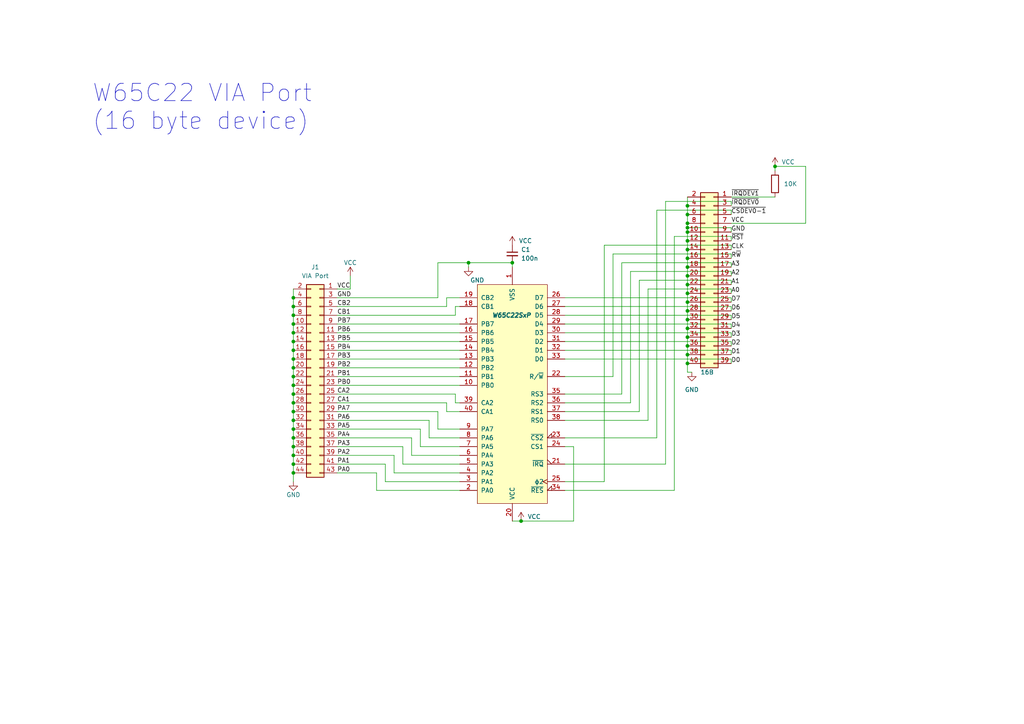
<source format=kicad_sch>
(kicad_sch (version 20230121) (generator eeschema)
  (paper "A4")
  (lib_symbols
    (symbol "65C816:W65C22SxP" (pin_names (offset 1.016))
      (property "Reference" "U" (at -10.16 33.02 0))
      (property "Value" "W65C22SxP" (at 0 0 90))
      (symbol "W65C22SxP_0_1"
        (rectangle (start -10.16 31.75) (end 10.16 -31.75) (fill (type background)))
      )
      (symbol "W65C22SxP_1_1"
        (pin power_in line (at 0 -36.83 90) (length 5.08) (name "VSS") (number "1"))
        (pin bidirectional line (at 15.24 -2.54 180) (length 5.08) (name "PB0") (number "10"))
        (pin bidirectional line (at 15.24 -5.08 180) (length 5.08) (name "PB1") (number "11"))
        (pin bidirectional line (at 15.24 -7.62 180) (length 5.08) (name "PB2") (number "12"))
        (pin bidirectional line (at 15.24 -10.16 180) (length 5.08) (name "PB3") (number "13"))
        (pin bidirectional line (at 15.24 -12.7 180) (length 5.08) (name "PB4") (number "14"))
        (pin bidirectional line (at 15.24 -15.24 180) (length 5.08) (name "PB5") (number "15"))
        (pin bidirectional line (at 15.24 -17.78 180) (length 5.08) (name "PB6") (number "16"))
        (pin bidirectional line (at 15.24 -20.32 180) (length 5.08) (name "PB7") (number "17"))
        (pin input line (at 15.24 -25.4 180) (length 5.08) (name "CB1") (number "18"))
        (pin bidirectional line (at 15.24 -27.94 180) (length 5.08) (name "CB2") (number "19"))
        (pin bidirectional line (at 15.24 27.94 180) (length 5.08) (name "PA0") (number "2"))
        (pin power_in line (at 0 36.83 270) (length 5.08) (name "VCC") (number "20"))
        (pin output output_low (at -15.24 20.32 0) (length 5.08) (name "~{IRQ}") (number "21"))
        (pin input line (at -15.24 -5.08 0) (length 5.08) (name "R/~{W}") (number "22"))
        (pin input input_low (at -15.24 12.7 0) (length 5.08) (name "~{CS2}") (number "23"))
        (pin input line (at -15.24 15.24 0) (length 5.08) (name "CS1") (number "24"))
        (pin input clock (at -15.24 25.4 0) (length 5.08) (name "ϕ2") (number "25"))
        (pin bidirectional line (at -15.24 -27.94 0) (length 5.08) (name "D7") (number "26"))
        (pin bidirectional line (at -15.24 -25.4 0) (length 5.08) (name "D6") (number "27"))
        (pin bidirectional line (at -15.24 -22.86 0) (length 5.08) (name "D5") (number "28"))
        (pin bidirectional line (at -15.24 -20.32 0) (length 5.08) (name "D4") (number "29"))
        (pin bidirectional line (at 15.24 25.4 180) (length 5.08) (name "PA1") (number "3"))
        (pin bidirectional line (at -15.24 -17.78 0) (length 5.08) (name "D3") (number "30"))
        (pin bidirectional line (at -15.24 -15.24 0) (length 5.08) (name "D2") (number "31"))
        (pin bidirectional line (at -15.24 -12.7 0) (length 5.08) (name "D1") (number "32"))
        (pin bidirectional line (at -15.24 -10.16 0) (length 5.08) (name "D0") (number "33"))
        (pin input input_low (at -15.24 27.94 0) (length 5.08) (name "~{RES}") (number "34"))
        (pin input line (at -15.24 0 0) (length 5.08) (name "RS3") (number "35"))
        (pin input line (at -15.24 2.54 0) (length 5.08) (name "RS2") (number "36"))
        (pin input line (at -15.24 5.08 0) (length 5.08) (name "RS1") (number "37"))
        (pin input line (at -15.24 7.62 0) (length 5.08) (name "RS0") (number "38"))
        (pin bidirectional line (at 15.24 2.54 180) (length 5.08) (name "CA2") (number "39"))
        (pin bidirectional line (at 15.24 22.86 180) (length 5.08) (name "PA2") (number "4"))
        (pin input line (at 15.24 5.08 180) (length 5.08) (name "CA1") (number "40"))
        (pin bidirectional line (at 15.24 20.32 180) (length 5.08) (name "PA3") (number "5"))
        (pin bidirectional line (at 15.24 17.78 180) (length 5.08) (name "PA4") (number "6"))
        (pin bidirectional line (at 15.24 15.24 180) (length 5.08) (name "PA5") (number "7"))
        (pin bidirectional line (at 15.24 12.7 180) (length 5.08) (name "PA6") (number "8"))
        (pin bidirectional line (at 15.24 10.16 180) (length 5.08) (name "PA7") (number "9"))
      )
    )
    (symbol "Connector_Generic:Conn_02x20_Odd_Even" (pin_names (offset 1.016) hide)
      (property "Reference" "J" (at 1.27 25.4 0))
      (property "Value" "Conn_02x20_Odd_Even" (at 1.27 -27.94 0))
      (symbol "Conn_02x20_Odd_Even_1_1"
        (rectangle (start -1.27 -25.273) (end 0 -25.527) (stroke (width 0.1524)))
        (rectangle (start -1.27 -22.733) (end 0 -22.987) (stroke (width 0.1524)))
        (rectangle (start -1.27 -20.193) (end 0 -20.447) (stroke (width 0.1524)))
        (rectangle (start -1.27 -17.653) (end 0 -17.907) (stroke (width 0.1524)))
        (rectangle (start -1.27 -15.113) (end 0 -15.367) (stroke (width 0.1524)))
        (rectangle (start -1.27 -12.573) (end 0 -12.827) (stroke (width 0.1524)))
        (rectangle (start -1.27 -10.033) (end 0 -10.287) (stroke (width 0.1524)))
        (rectangle (start -1.27 -7.493) (end 0 -7.747) (stroke (width 0.1524)))
        (rectangle (start -1.27 -4.953) (end 0 -5.207) (stroke (width 0.1524)))
        (rectangle (start -1.27 -2.413) (end 0 -2.667) (stroke (width 0.1524)))
        (rectangle (start -1.27 0.127) (end 0 -0.127) (stroke (width 0.1524)))
        (rectangle (start -1.27 2.667) (end 0 2.413) (stroke (width 0.1524)))
        (rectangle (start -1.27 5.207) (end 0 4.953) (stroke (width 0.1524)))
        (rectangle (start -1.27 7.747) (end 0 7.493) (stroke (width 0.1524)))
        (rectangle (start -1.27 10.287) (end 0 10.033) (stroke (width 0.1524)))
        (rectangle (start -1.27 12.827) (end 0 12.573) (stroke (width 0.1524)))
        (rectangle (start -1.27 15.367) (end 0 15.113) (stroke (width 0.1524)))
        (rectangle (start -1.27 17.907) (end 0 17.653) (stroke (width 0.1524)))
        (rectangle (start -1.27 20.447) (end 0 20.193) (stroke (width 0.1524)))
        (rectangle (start -1.27 22.987) (end 0 22.733) (stroke (width 0.1524)))
        (rectangle (start -1.27 24.13) (end 3.81 -26.67) (stroke (width 0.254)) (fill (type background)))
        (rectangle (start 3.81 -25.273) (end 2.54 -25.527) (stroke (width 0.1524)))
        (rectangle (start 3.81 -22.733) (end 2.54 -22.987) (stroke (width 0.1524)))
        (rectangle (start 3.81 -20.193) (end 2.54 -20.447) (stroke (width 0.1524)))
        (rectangle (start 3.81 -17.653) (end 2.54 -17.907) (stroke (width 0.1524)))
        (rectangle (start 3.81 -15.113) (end 2.54 -15.367) (stroke (width 0.1524)))
        (rectangle (start 3.81 -12.573) (end 2.54 -12.827) (stroke (width 0.1524)))
        (rectangle (start 3.81 -10.033) (end 2.54 -10.287) (stroke (width 0.1524)))
        (rectangle (start 3.81 -7.493) (end 2.54 -7.747) (stroke (width 0.1524)))
        (rectangle (start 3.81 -4.953) (end 2.54 -5.207) (stroke (width 0.1524)))
        (rectangle (start 3.81 -2.413) (end 2.54 -2.667) (stroke (width 0.1524)))
        (rectangle (start 3.81 0.127) (end 2.54 -0.127) (stroke (width 0.1524)))
        (rectangle (start 3.81 2.667) (end 2.54 2.413) (stroke (width 0.1524)))
        (rectangle (start 3.81 5.207) (end 2.54 4.953) (stroke (width 0.1524)))
        (rectangle (start 3.81 7.747) (end 2.54 7.493) (stroke (width 0.1524)))
        (rectangle (start 3.81 10.287) (end 2.54 10.033) (stroke (width 0.1524)))
        (rectangle (start 3.81 12.827) (end 2.54 12.573) (stroke (width 0.1524)))
        (rectangle (start 3.81 15.367) (end 2.54 15.113) (stroke (width 0.1524)))
        (rectangle (start 3.81 17.907) (end 2.54 17.653) (stroke (width 0.1524)))
        (rectangle (start 3.81 20.447) (end 2.54 20.193) (stroke (width 0.1524)))
        (rectangle (start 3.81 22.987) (end 2.54 22.733) (stroke (width 0.1524)))
        (pin passive line (at -5.08 22.86 0) (length 3.81) (name "Pin_1") (number "1"))
        (pin passive line (at 7.62 12.7 180) (length 3.81) (name "Pin_10") (number "10"))
        (pin passive line (at -5.08 10.16 0) (length 3.81) (name "Pin_11") (number "11"))
        (pin passive line (at 7.62 10.16 180) (length 3.81) (name "Pin_12") (number "12"))
        (pin passive line (at -5.08 7.62 0) (length 3.81) (name "Pin_13") (number "13"))
        (pin passive line (at 7.62 7.62 180) (length 3.81) (name "Pin_14") (number "14"))
        (pin passive line (at -5.08 5.08 0) (length 3.81) (name "Pin_15") (number "15"))
        (pin passive line (at 7.62 5.08 180) (length 3.81) (name "Pin_16") (number "16"))
        (pin passive line (at -5.08 2.54 0) (length 3.81) (name "Pin_17") (number "17"))
        (pin passive line (at 7.62 2.54 180) (length 3.81) (name "Pin_18") (number "18"))
        (pin passive line (at -5.08 0 0) (length 3.81) (name "Pin_19") (number "19"))
        (pin passive line (at 7.62 22.86 180) (length 3.81) (name "Pin_2") (number "2"))
        (pin passive line (at 7.62 0 180) (length 3.81) (name "Pin_20") (number "20"))
        (pin passive line (at -5.08 -2.54 0) (length 3.81) (name "Pin_21") (number "21"))
        (pin passive line (at 7.62 -2.54 180) (length 3.81) (name "Pin_22") (number "22"))
        (pin passive line (at -5.08 -5.08 0) (length 3.81) (name "Pin_23") (number "23"))
        (pin passive line (at 7.62 -5.08 180) (length 3.81) (name "Pin_24") (number "24"))
        (pin passive line (at -5.08 -7.62 0) (length 3.81) (name "Pin_25") (number "25"))
        (pin passive line (at 7.62 -7.62 180) (length 3.81) (name "Pin_26") (number "26"))
        (pin passive line (at -5.08 -10.16 0) (length 3.81) (name "Pin_27") (number "27"))
        (pin passive line (at 7.62 -10.16 180) (length 3.81) (name "Pin_28") (number "28"))
        (pin passive line (at -5.08 -12.7 0) (length 3.81) (name "Pin_29") (number "29"))
        (pin passive line (at -5.08 20.32 0) (length 3.81) (name "Pin_3") (number "3"))
        (pin passive line (at 7.62 -12.7 180) (length 3.81) (name "Pin_30") (number "30"))
        (pin passive line (at -5.08 -15.24 0) (length 3.81) (name "Pin_31") (number "31"))
        (pin passive line (at 7.62 -15.24 180) (length 3.81) (name "Pin_32") (number "32"))
        (pin passive line (at -5.08 -17.78 0) (length 3.81) (name "Pin_33") (number "33"))
        (pin passive line (at 7.62 -17.78 180) (length 3.81) (name "Pin_34") (number "34"))
        (pin passive line (at -5.08 -20.32 0) (length 3.81) (name "Pin_35") (number "35"))
        (pin passive line (at 7.62 -20.32 180) (length 3.81) (name "Pin_36") (number "36"))
        (pin passive line (at -5.08 -22.86 0) (length 3.81) (name "Pin_37") (number "37"))
        (pin passive line (at 7.62 -22.86 180) (length 3.81) (name "Pin_38") (number "38"))
        (pin passive line (at -5.08 -25.4 0) (length 3.81) (name "Pin_39") (number "39"))
        (pin passive line (at 7.62 20.32 180) (length 3.81) (name "Pin_4") (number "4"))
        (pin passive line (at 7.62 -25.4 180) (length 3.81) (name "Pin_40") (number "40"))
        (pin passive line (at -5.08 17.78 0) (length 3.81) (name "Pin_5") (number "5"))
        (pin passive line (at 7.62 17.78 180) (length 3.81) (name "Pin_6") (number "6"))
        (pin passive line (at -5.08 15.24 0) (length 3.81) (name "Pin_7") (number "7"))
        (pin passive line (at 7.62 15.24 180) (length 3.81) (name "Pin_8") (number "8"))
        (pin passive line (at -5.08 12.7 0) (length 3.81) (name "Pin_9") (number "9"))
      )
    )
    (symbol "Connector_Generic:Conn_02x22_Odd_Even" (pin_names (offset 1.016) hide)
      (property "Reference" "J" (at 1.27 27.94 0))
      (property "Value" "Conn_02x22_Odd_Even" (at 1.27 -30.48 0))
      (symbol "Conn_02x22_Odd_Even_1_1"
        (rectangle (start -1.27 -27.813) (end 0 -28.067) (stroke (width 0.1524)))
        (rectangle (start -1.27 -25.273) (end 0 -25.527) (stroke (width 0.1524)))
        (rectangle (start -1.27 -22.733) (end 0 -22.987) (stroke (width 0.1524)))
        (rectangle (start -1.27 -20.193) (end 0 -20.447) (stroke (width 0.1524)))
        (rectangle (start -1.27 -17.653) (end 0 -17.907) (stroke (width 0.1524)))
        (rectangle (start -1.27 -15.113) (end 0 -15.367) (stroke (width 0.1524)))
        (rectangle (start -1.27 -12.573) (end 0 -12.827) (stroke (width 0.1524)))
        (rectangle (start -1.27 -10.033) (end 0 -10.287) (stroke (width 0.1524)))
        (rectangle (start -1.27 -7.493) (end 0 -7.747) (stroke (width 0.1524)))
        (rectangle (start -1.27 -4.953) (end 0 -5.207) (stroke (width 0.1524)))
        (rectangle (start -1.27 -2.413) (end 0 -2.667) (stroke (width 0.1524)))
        (rectangle (start -1.27 0.127) (end 0 -0.127) (stroke (width 0.1524)))
        (rectangle (start -1.27 2.667) (end 0 2.413) (stroke (width 0.1524)))
        (rectangle (start -1.27 5.207) (end 0 4.953) (stroke (width 0.1524)))
        (rectangle (start -1.27 7.747) (end 0 7.493) (stroke (width 0.1524)))
        (rectangle (start -1.27 10.287) (end 0 10.033) (stroke (width 0.1524)))
        (rectangle (start -1.27 12.827) (end 0 12.573) (stroke (width 0.1524)))
        (rectangle (start -1.27 15.367) (end 0 15.113) (stroke (width 0.1524)))
        (rectangle (start -1.27 17.907) (end 0 17.653) (stroke (width 0.1524)))
        (rectangle (start -1.27 20.447) (end 0 20.193) (stroke (width 0.1524)))
        (rectangle (start -1.27 22.987) (end 0 22.733) (stroke (width 0.1524)))
        (rectangle (start -1.27 25.527) (end 0 25.273) (stroke (width 0.1524)))
        (rectangle (start -1.27 26.67) (end 3.81 -29.21) (stroke (width 0.254)) (fill (type background)))
        (rectangle (start 3.81 -27.813) (end 2.54 -28.067) (stroke (width 0.1524)))
        (rectangle (start 3.81 -25.273) (end 2.54 -25.527) (stroke (width 0.1524)))
        (rectangle (start 3.81 -22.733) (end 2.54 -22.987) (stroke (width 0.1524)))
        (rectangle (start 3.81 -20.193) (end 2.54 -20.447) (stroke (width 0.1524)))
        (rectangle (start 3.81 -17.653) (end 2.54 -17.907) (stroke (width 0.1524)))
        (rectangle (start 3.81 -15.113) (end 2.54 -15.367) (stroke (width 0.1524)))
        (rectangle (start 3.81 -12.573) (end 2.54 -12.827) (stroke (width 0.1524)))
        (rectangle (start 3.81 -10.033) (end 2.54 -10.287) (stroke (width 0.1524)))
        (rectangle (start 3.81 -7.493) (end 2.54 -7.747) (stroke (width 0.1524)))
        (rectangle (start 3.81 -4.953) (end 2.54 -5.207) (stroke (width 0.1524)))
        (rectangle (start 3.81 -2.413) (end 2.54 -2.667) (stroke (width 0.1524)))
        (rectangle (start 3.81 0.127) (end 2.54 -0.127) (stroke (width 0.1524)))
        (rectangle (start 3.81 2.667) (end 2.54 2.413) (stroke (width 0.1524)))
        (rectangle (start 3.81 5.207) (end 2.54 4.953) (stroke (width 0.1524)))
        (rectangle (start 3.81 7.747) (end 2.54 7.493) (stroke (width 0.1524)))
        (rectangle (start 3.81 10.287) (end 2.54 10.033) (stroke (width 0.1524)))
        (rectangle (start 3.81 12.827) (end 2.54 12.573) (stroke (width 0.1524)))
        (rectangle (start 3.81 15.367) (end 2.54 15.113) (stroke (width 0.1524)))
        (rectangle (start 3.81 17.907) (end 2.54 17.653) (stroke (width 0.1524)))
        (rectangle (start 3.81 20.447) (end 2.54 20.193) (stroke (width 0.1524)))
        (rectangle (start 3.81 22.987) (end 2.54 22.733) (stroke (width 0.1524)))
        (rectangle (start 3.81 25.527) (end 2.54 25.273) (stroke (width 0.1524)))
        (pin passive line (at -5.08 25.4 0) (length 3.81) (name "Pin_1") (number "1"))
        (pin passive line (at 7.62 15.24 180) (length 3.81) (name "Pin_10") (number "10"))
        (pin passive line (at -5.08 12.7 0) (length 3.81) (name "Pin_11") (number "11"))
        (pin passive line (at 7.62 12.7 180) (length 3.81) (name "Pin_12") (number "12"))
        (pin passive line (at -5.08 10.16 0) (length 3.81) (name "Pin_13") (number "13"))
        (pin passive line (at 7.62 10.16 180) (length 3.81) (name "Pin_14") (number "14"))
        (pin passive line (at -5.08 7.62 0) (length 3.81) (name "Pin_15") (number "15"))
        (pin passive line (at 7.62 7.62 180) (length 3.81) (name "Pin_16") (number "16"))
        (pin passive line (at -5.08 5.08 0) (length 3.81) (name "Pin_17") (number "17"))
        (pin passive line (at 7.62 5.08 180) (length 3.81) (name "Pin_18") (number "18"))
        (pin passive line (at -5.08 2.54 0) (length 3.81) (name "Pin_19") (number "19"))
        (pin passive line (at 7.62 25.4 180) (length 3.81) (name "Pin_2") (number "2"))
        (pin passive line (at 7.62 2.54 180) (length 3.81) (name "Pin_20") (number "20"))
        (pin passive line (at -5.08 0 0) (length 3.81) (name "Pin_21") (number "21"))
        (pin passive line (at 7.62 0 180) (length 3.81) (name "Pin_22") (number "22"))
        (pin passive line (at -5.08 -2.54 0) (length 3.81) (name "Pin_23") (number "23"))
        (pin passive line (at 7.62 -2.54 180) (length 3.81) (name "Pin_24") (number "24"))
        (pin passive line (at -5.08 -5.08 0) (length 3.81) (name "Pin_25") (number "25"))
        (pin passive line (at 7.62 -5.08 180) (length 3.81) (name "Pin_26") (number "26"))
        (pin passive line (at -5.08 -7.62 0) (length 3.81) (name "Pin_27") (number "27"))
        (pin passive line (at 7.62 -7.62 180) (length 3.81) (name "Pin_28") (number "28"))
        (pin passive line (at -5.08 -10.16 0) (length 3.81) (name "Pin_29") (number "29"))
        (pin passive line (at -5.08 22.86 0) (length 3.81) (name "Pin_3") (number "3"))
        (pin passive line (at 7.62 -10.16 180) (length 3.81) (name "Pin_30") (number "30"))
        (pin passive line (at -5.08 -12.7 0) (length 3.81) (name "Pin_31") (number "31"))
        (pin passive line (at 7.62 -12.7 180) (length 3.81) (name "Pin_32") (number "32"))
        (pin passive line (at -5.08 -15.24 0) (length 3.81) (name "Pin_33") (number "33"))
        (pin passive line (at 7.62 -15.24 180) (length 3.81) (name "Pin_34") (number "34"))
        (pin passive line (at -5.08 -17.78 0) (length 3.81) (name "Pin_35") (number "35"))
        (pin passive line (at 7.62 -17.78 180) (length 3.81) (name "Pin_36") (number "36"))
        (pin passive line (at -5.08 -20.32 0) (length 3.81) (name "Pin_37") (number "37"))
        (pin passive line (at 7.62 -20.32 180) (length 3.81) (name "Pin_38") (number "38"))
        (pin passive line (at -5.08 -22.86 0) (length 3.81) (name "Pin_39") (number "39"))
        (pin passive line (at 7.62 22.86 180) (length 3.81) (name "Pin_4") (number "4"))
        (pin passive line (at 7.62 -22.86 180) (length 3.81) (name "Pin_40") (number "40"))
        (pin passive line (at -5.08 -25.4 0) (length 3.81) (name "Pin_41") (number "41"))
        (pin passive line (at 7.62 -25.4 180) (length 3.81) (name "Pin_42") (number "42"))
        (pin passive line (at -5.08 -27.94 0) (length 3.81) (name "Pin_43") (number "43"))
        (pin passive line (at 7.62 -27.94 180) (length 3.81) (name "Pin_44") (number "44"))
        (pin passive line (at -5.08 20.32 0) (length 3.81) (name "Pin_5") (number "5"))
        (pin passive line (at 7.62 20.32 180) (length 3.81) (name "Pin_6") (number "6"))
        (pin passive line (at -5.08 17.78 0) (length 3.81) (name "Pin_7") (number "7"))
        (pin passive line (at 7.62 17.78 180) (length 3.81) (name "Pin_8") (number "8"))
        (pin passive line (at -5.08 15.24 0) (length 3.81) (name "Pin_9") (number "9"))
      )
    )
    (symbol "Device:C_Small" (pin_numbers hide) (pin_names (offset 0.254) hide)
      (property "Reference" "C" (at 0.254 1.778 0))
      (property "Value" "C_Small" (at 0.254 -2.032 0))
      (symbol "C_Small_0_1"
        (polyline (pts (xy -1.524 -0.508) (xy 1.524 -0.508)) (stroke (width 0.3302)))
        (polyline (pts (xy -1.524 0.508) (xy 1.524 0.508)) (stroke (width 0.3048)))
      )
      (symbol "C_Small_1_1"
        (pin passive line (at 0 2.54 270) (length 2.032) (name "~") (number "1"))
        (pin passive line (at 0 -2.54 90) (length 2.032) (name "~") (number "2"))
      )
    )
    (symbol "Device:R" (pin_numbers hide) (pin_names (offset 0))
      (property "Reference" "R" (at 2.032 0 90))
      (property "Value" "R" (at 0 0 90))
      (symbol "R_0_1"
        (rectangle (start -1.016 -2.54) (end 1.016 2.54) (stroke (width 0.254)))
      )
      (symbol "R_1_1"
        (pin passive line (at 0 3.81 270) (length 1.27) (name "~") (number "1"))
        (pin passive line (at 0 -3.81 90) (length 1.27) (name "~") (number "2"))
      )
    )
    (symbol "GND_2" (power) (pin_names (offset 0))
      (property "Value" "GND_2" (at 0 -3.81 0))
      (symbol "GND_2_0_1"
        (polyline (pts (xy 0 0) (xy 0 -1.27) (xy 1.27 -1.27) (xy 0 -2.54) (xy -1.27 -1.27) (xy 0 -1.27)))
      )
      (symbol "GND_2_1_1"
        (pin power_in line (at 0 0 270) (length 0) hide (name "GND") (number "1"))
      )
    )
    (symbol "power:VCC" (power) (pin_names (offset 0))
      (property "Value" "VCC" (at 0 3.81 0))
      (symbol "VCC_0_1"
        (polyline (pts (xy -0.762 1.27) (xy 0 2.54)))
        (polyline (pts (xy 0 0) (xy 0 2.54)))
        (polyline (pts (xy 0 2.54) (xy 0.762 1.27)))
      )
      (symbol "VCC_1_1"
        (pin power_in line (at 0 0 90) (length 0) hide (name "VCC") (number "1"))
      )
    )
  )
  (junction (at 85.09 99.06))
  (junction (at 199.39 90.17))
  (junction (at 85.09 96.52))
  (junction (at 85.09 104.14))
  (junction (at 85.09 93.98))
  (junction (at 199.39 72.39))
  (junction (at 85.09 114.3))
  (junction (at 85.09 106.68))
  (junction (at 85.09 116.84))
  (junction (at 199.39 77.47))
  (junction (at 199.39 64.77))
  (junction (at 199.39 69.85))
  (junction (at 199.39 67.31))
  (junction (at 199.39 97.79))
  (junction (at 199.39 92.71))
  (junction (at 85.09 134.62))
  (junction (at 85.09 88.9))
  (junction (at 199.39 85.09))
  (junction (at 85.09 109.22))
  (junction (at 151.13 151.13))
  (junction (at 85.09 119.38))
  (junction (at 85.09 129.54))
  (junction (at 85.09 91.44))
  (junction (at 199.39 66.04))
  (junction (at 85.09 132.08))
  (junction (at 85.09 111.76))
  (junction (at 199.39 80.01))
  (junction (at 148.59 76.2))
  (junction (at 85.09 101.6))
  (junction (at 85.09 127))
  (junction (at 224.79 48.26))
  (junction (at 85.09 86.36))
  (junction (at 85.09 137.16))
  (junction (at 135.89 76.2))
  (junction (at 85.09 124.46))
  (junction (at 85.09 121.92))
  (junction (at 199.39 95.25))
  (junction (at 199.39 100.33))
  (junction (at 199.39 102.87))
  (junction (at 199.39 82.55))
  (junction (at 199.39 74.93))
  (junction (at 199.39 59.69))
  (junction (at 199.39 62.23))
  (junction (at 199.39 87.63))
  (junction (at 199.39 105.41))
  (wire (pts (xy 85.09 93.98) (xy 85.09 96.52)))
  (wire (pts (xy 97.79 129.54) (xy 116.84 129.54)))
  (wire (pts (xy 163.83 91.44) (xy 212.09 91.44)))
  (wire (pts (xy 85.09 99.06) (xy 85.09 101.6)))
  (wire (pts (xy 114.3 137.16) (xy 133.35 137.16)))
  (wire (pts (xy 199.39 82.55) (xy 199.39 85.09)))
  (wire (pts (xy 187.96 121.92) (xy 163.83 121.92)))
  (wire (pts (xy 199.39 85.09) (xy 199.39 87.63)))
  (wire (pts (xy 85.09 86.36) (xy 85.09 88.9)))
  (wire (pts (xy 97.79 106.68) (xy 133.35 106.68)))
  (wire (pts (xy 212.09 78.74) (xy 182.88 78.74)))
  (wire (pts (xy 85.09 104.14) (xy 85.09 106.68)))
  (wire (pts (xy 127 86.36) (xy 97.79 86.36)))
  (wire (pts (xy 212.09 85.09) (xy 212.09 83.82)))
  (wire (pts (xy 97.79 114.3) (xy 132.08 114.3)))
  (wire (pts (xy 212.09 88.9) (xy 212.09 90.17)))
  (wire (pts (xy 85.09 132.08) (xy 85.09 134.62)))
  (wire (pts (xy 212.09 99.06) (xy 212.09 100.33)))
  (wire (pts (xy 127 76.2) (xy 127 86.36)))
  (wire (pts (xy 163.83 109.22) (xy 177.8 109.22)))
  (wire (pts (xy 135.89 76.2) (xy 148.59 76.2)))
  (wire (pts (xy 199.39 102.87) (xy 199.39 105.41)))
  (wire (pts (xy 97.79 124.46) (xy 121.92 124.46)))
  (wire (pts (xy 97.79 101.6) (xy 133.35 101.6)))
  (wire (pts (xy 85.09 109.22) (xy 85.09 111.76)))
  (wire (pts (xy 114.3 132.08) (xy 114.3 137.16)))
  (wire (pts (xy 199.39 66.04) (xy 212.09 66.04)))
  (wire (pts (xy 151.13 151.13) (xy 166.37 151.13)))
  (wire (pts (xy 199.39 66.04) (xy 199.39 67.31)))
  (wire (pts (xy 212.09 58.42) (xy 193.04 58.42)))
  (wire (pts (xy 212.09 69.85) (xy 212.09 68.58)))
  (wire (pts (xy 199.39 69.85) (xy 199.39 72.39)))
  (wire (pts (xy 193.04 58.42) (xy 193.04 134.62)))
  (wire (pts (xy 135.89 76.2) (xy 135.89 77.47)))
  (wire (pts (xy 85.09 114.3) (xy 85.09 116.84)))
  (wire (pts (xy 148.59 76.2) (xy 148.59 77.47)))
  (wire (pts (xy 97.79 99.06) (xy 133.35 99.06)))
  (wire (pts (xy 163.83 114.3) (xy 180.34 114.3)))
  (wire (pts (xy 85.09 101.6) (xy 85.09 104.14)))
  (wire (pts (xy 212.09 91.44) (xy 212.09 92.71)))
  (wire (pts (xy 85.09 119.38) (xy 85.09 121.92)))
  (wire (pts (xy 212.09 62.23) (xy 212.09 60.96)))
  (wire (pts (xy 121.92 124.46) (xy 121.92 129.54)))
  (wire (pts (xy 129.54 119.38) (xy 133.35 119.38)))
  (wire (pts (xy 212.09 64.77) (xy 233.68 64.77)))
  (wire (pts (xy 97.79 121.92) (xy 124.46 121.92)))
  (wire (pts (xy 132.08 88.9) (xy 133.35 88.9)))
  (wire (pts (xy 190.5 127) (xy 163.83 127)))
  (wire (pts (xy 101.6 80.01) (xy 101.6 83.82)))
  (wire (pts (xy 212.09 73.66) (xy 212.09 74.93)))
  (wire (pts (xy 199.39 72.39) (xy 199.39 74.93)))
  (wire (pts (xy 199.39 92.71) (xy 199.39 95.25)))
  (wire (pts (xy 212.09 80.01) (xy 212.09 78.74)))
  (wire (pts (xy 199.39 90.17) (xy 199.39 92.71)))
  (wire (pts (xy 212.09 57.15) (xy 224.79 57.15)))
  (wire (pts (xy 199.39 59.69) (xy 199.39 62.23)))
  (wire (pts (xy 187.96 83.82) (xy 187.96 121.92)))
  (wire (pts (xy 116.84 134.62) (xy 133.35 134.62)))
  (wire (pts (xy 163.83 134.62) (xy 193.04 134.62)))
  (wire (pts (xy 199.39 77.47) (xy 199.39 80.01)))
  (wire (pts (xy 85.09 106.68) (xy 85.09 109.22)))
  (wire (pts (xy 195.58 142.24) (xy 163.83 142.24)))
  (wire (pts (xy 212.09 104.14) (xy 212.09 105.41)))
  (wire (pts (xy 97.79 132.08) (xy 114.3 132.08)))
  (wire (pts (xy 101.6 83.82) (xy 97.79 83.82)))
  (wire (pts (xy 212.09 86.36) (xy 212.09 87.63)))
  (wire (pts (xy 129.54 86.36) (xy 133.35 86.36)))
  (wire (pts (xy 97.79 88.9) (xy 129.54 88.9)))
  (wire (pts (xy 163.83 88.9) (xy 212.09 88.9)))
  (wire (pts (xy 127 76.2) (xy 135.89 76.2)))
  (wire (pts (xy 199.39 80.01) (xy 199.39 82.55)))
  (wire (pts (xy 233.68 48.26) (xy 233.68 64.77)))
  (wire (pts (xy 97.79 116.84) (xy 129.54 116.84)))
  (wire (pts (xy 85.09 121.92) (xy 85.09 124.46)))
  (wire (pts (xy 85.09 124.46) (xy 85.09 127)))
  (wire (pts (xy 182.88 116.84) (xy 163.83 116.84)))
  (wire (pts (xy 212.09 101.6) (xy 212.09 102.87)))
  (wire (pts (xy 163.83 96.52) (xy 212.09 96.52)))
  (wire (pts (xy 163.83 129.54) (xy 166.37 129.54)))
  (wire (pts (xy 85.09 96.52) (xy 85.09 99.06)))
  (wire (pts (xy 97.79 104.14) (xy 133.35 104.14)))
  (wire (pts (xy 175.26 139.7) (xy 163.83 139.7)))
  (wire (pts (xy 116.84 129.54) (xy 116.84 134.62)))
  (wire (pts (xy 175.26 71.12) (xy 175.26 139.7)))
  (wire (pts (xy 148.59 151.13) (xy 151.13 151.13)))
  (wire (pts (xy 212.09 93.98) (xy 212.09 95.25)))
  (wire (pts (xy 224.79 48.26) (xy 224.79 49.53)))
  (wire (pts (xy 163.83 104.14) (xy 212.09 104.14)))
  (wire (pts (xy 124.46 127) (xy 133.35 127)))
  (wire (pts (xy 180.34 76.2) (xy 212.09 76.2)))
  (wire (pts (xy 111.76 134.62) (xy 111.76 139.7)))
  (wire (pts (xy 190.5 60.96) (xy 190.5 127)))
  (wire (pts (xy 127 124.46) (xy 133.35 124.46)))
  (wire (pts (xy 163.83 93.98) (xy 212.09 93.98)))
  (wire (pts (xy 85.09 127) (xy 85.09 129.54)))
  (wire (pts (xy 97.79 93.98) (xy 133.35 93.98)))
  (wire (pts (xy 129.54 88.9) (xy 129.54 86.36)))
  (wire (pts (xy 97.79 111.76) (xy 133.35 111.76)))
  (wire (pts (xy 109.22 137.16) (xy 109.22 142.24)))
  (wire (pts (xy 182.88 78.74) (xy 182.88 116.84)))
  (wire (pts (xy 85.09 137.16) (xy 85.09 139.7)))
  (wire (pts (xy 85.09 88.9) (xy 85.09 91.44)))
  (wire (pts (xy 121.92 129.54) (xy 133.35 129.54)))
  (wire (pts (xy 199.39 64.77) (xy 199.39 66.04)))
  (wire (pts (xy 212.09 59.69) (xy 212.09 58.42)))
  (wire (pts (xy 85.09 111.76) (xy 85.09 114.3)))
  (wire (pts (xy 199.39 105.41) (xy 199.39 107.95)))
  (wire (pts (xy 163.83 101.6) (xy 212.09 101.6)))
  (wire (pts (xy 163.83 99.06) (xy 212.09 99.06)))
  (wire (pts (xy 212.09 83.82) (xy 187.96 83.82)))
  (wire (pts (xy 199.39 95.25) (xy 199.39 97.79)))
  (wire (pts (xy 212.09 76.2) (xy 212.09 77.47)))
  (wire (pts (xy 85.09 83.82) (xy 85.09 86.36)))
  (wire (pts (xy 180.34 114.3) (xy 180.34 76.2)))
  (wire (pts (xy 85.09 129.54) (xy 85.09 132.08)))
  (wire (pts (xy 212.09 68.58) (xy 195.58 68.58)))
  (wire (pts (xy 199.39 100.33) (xy 199.39 102.87)))
  (wire (pts (xy 119.38 127) (xy 119.38 132.08)))
  (wire (pts (xy 85.09 91.44) (xy 85.09 93.98)))
  (wire (pts (xy 127 119.38) (xy 127 124.46)))
  (wire (pts (xy 212.09 81.28) (xy 212.09 82.55)))
  (wire (pts (xy 111.76 139.7) (xy 133.35 139.7)))
  (wire (pts (xy 199.39 74.93) (xy 199.39 77.47)))
  (wire (pts (xy 132.08 114.3) (xy 132.08 116.84)))
  (wire (pts (xy 175.26 71.12) (xy 212.09 71.12)))
  (wire (pts (xy 97.79 137.16) (xy 109.22 137.16)))
  (wire (pts (xy 119.38 132.08) (xy 133.35 132.08)))
  (wire (pts (xy 97.79 109.22) (xy 133.35 109.22)))
  (wire (pts (xy 129.54 116.84) (xy 129.54 119.38)))
  (wire (pts (xy 163.83 86.36) (xy 212.09 86.36)))
  (wire (pts (xy 177.8 73.66) (xy 212.09 73.66)))
  (wire (pts (xy 199.39 67.31) (xy 199.39 69.85)))
  (wire (pts (xy 85.09 134.62) (xy 85.09 137.16)))
  (wire (pts (xy 199.39 62.23) (xy 199.39 64.77)))
  (wire (pts (xy 199.39 87.63) (xy 199.39 90.17)))
  (wire (pts (xy 195.58 68.58) (xy 195.58 142.24)))
  (wire (pts (xy 97.79 134.62) (xy 111.76 134.62)))
  (wire (pts (xy 85.09 116.84) (xy 85.09 119.38)))
  (wire (pts (xy 185.42 119.38) (xy 185.42 81.28)))
  (wire (pts (xy 212.09 96.52) (xy 212.09 97.79)))
  (wire (pts (xy 224.79 48.26) (xy 233.68 48.26)))
  (wire (pts (xy 212.09 71.12) (xy 212.09 72.39)))
  (wire (pts (xy 132.08 116.84) (xy 133.35 116.84)))
  (wire (pts (xy 97.79 91.44) (xy 132.08 91.44)))
  (wire (pts (xy 185.42 81.28) (xy 212.09 81.28)))
  (wire (pts (xy 109.22 142.24) (xy 133.35 142.24)))
  (wire (pts (xy 132.08 91.44) (xy 132.08 88.9)))
  (wire (pts (xy 199.39 107.95) (xy 200.66 107.95)))
  (wire (pts (xy 124.46 121.92) (xy 124.46 127)))
  (wire (pts (xy 97.79 119.38) (xy 127 119.38)))
  (wire (pts (xy 212.09 66.04) (xy 212.09 67.31)))
  (wire (pts (xy 177.8 109.22) (xy 177.8 73.66)))
  (wire (pts (xy 163.83 119.38) (xy 185.42 119.38)))
  (wire (pts (xy 97.79 127) (xy 119.38 127)))
  (wire (pts (xy 212.09 60.96) (xy 190.5 60.96)))
  (wire (pts (xy 97.79 96.52) (xy 133.35 96.52)))
  (wire (pts (xy 199.39 97.79) (xy 199.39 100.33)))
  (wire (pts (xy 166.37 129.54) (xy 166.37 151.13)))
  (wire (pts (xy 199.39 57.15) (xy 199.39 59.69)))
  (text "W65C22 VIA Port \n(16 byte device)" (at 26.67 38.1 0) (effects (font (size 5 5)) (justify left bottom)))
  (label "VCC" (at 97.79 83.82 0))
  (label "CLK" (at 212.09 72.39 0))
  (label "D7" (at 212.09 87.63 0))
  (label "PA5" (at 97.79 124.46 0))
  (label "PB1" (at 97.79 109.22 0))
  (label "CA1" (at 97.79 116.84 0))
  (label "R~{W}" (at 212.09 74.93 0))
  (label "PB6" (at 97.79 96.52 0))
  (label "CB2" (at 97.79 88.9 0))
  (label "GND" (at 212.09 67.31 0))
  (label "PA6" (at 97.79 121.92 0))
  (label "PA0" (at 97.79 137.16 0))
  (label "A0" (at 212.09 85.09 0))
  (label "D2" (at 212.09 100.33 0))
  (label "~{RST}" (at 212.09 69.85 0))
  (label "D3" (at 212.09 97.79 0))
  (label "~{IRQDEV1}" (at 212.09 57.15 0))
  (label "PA1" (at 97.79 134.62 0))
  (label "A1" (at 212.09 82.55 0))
  (label "D4" (at 212.09 95.25 0))
  (label "GND" (at 97.79 86.36 0))
  (label "PA2" (at 97.79 132.08 0))
  (label "D5" (at 212.09 92.71 0))
  (label "PA3" (at 97.79 129.54 0))
  (label "PA4" (at 97.79 127 0))
  (label "PA7" (at 97.79 119.38 0))
  (label "CB1" (at 97.79 91.44 0))
  (label "~{CSDEV0-1}" (at 212.09 62.23 0))
  (label "A3" (at 212.09 77.47 0))
  (label "PB0" (at 97.79 111.76 0))
  (label "D0" (at 212.09 105.41 0))
  (label "D6" (at 212.09 90.17 0))
  (label "PB3" (at 97.79 104.14 0))
  (label "CA2" (at 97.79 114.3 0))
  (label "PB2" (at 97.79 106.68 0))
  (label "~{IRQDEV0}" (at 212.09 59.69 0))
  (label "A2" (at 212.09 80.01 0))
  (label "PB4" (at 97.79 101.6 0))
  (label "PB5" (at 97.79 99.06 0))
  (label "D1" (at 212.09 102.87 0))
  (label "PB7" (at 97.79 93.98 0))
  (label "VCC" (at 212.09 64.77 0))
  (symbol (lib_name "GND_2") (lib_id "power:GND") (at 135.89 77.47 0) (unit 1)
    (property "Reference" "#PWR03" (effects hide))
    (property "Value" "GND" (at 138.43 81.28 0))
  )
  (symbol (lib_id "power:VCC") (at 224.79 48.26 0) (unit 1)
    (property "Reference" "#PWR07" (effects hide))
    (property "Value" "VCC" (at 228.6 46.99 0))
  )
  (symbol (lib_id "power:VCC") (at 151.13 151.13 0) (unit 1)
    (property "Reference" "#PWR05" (effects hide))
    (property "Value" "VCC" (at 154.94 149.86 0))
  )
  (symbol (lib_id "Device:C_Small") (at 148.59 73.66 0) (unit 1)
    (property "Reference" "C1" (at 151.13 72.3962 0) (effects (justify left)))
    (property "Value" "100n" (at 151.13 74.9362 0) (effects (justify left)))
    (property "Footprint" "Capacitor_THT:C_Disc_D3.4mm_W2.1mm_P2.50mm" (effects hide))
  )
  (symbol (lib_id "Connector_Generic:Conn_02x22_Odd_Even") (at 92.71 109.22 0) (mirror y) (unit 1)
    (property "Reference" "J1" (at 91.44 77.47 0))
    (property "Value" "VIA Port" (at 91.44 80.01 0))
    (property "Footprint" "Connector_PinSocket_2.54mm:PinSocket_2x21_P2.54mm_Vertical" (effects hide))
  )
  (symbol (lib_name "GND_2") (lib_id "power:GND") (at 85.09 139.7 0) (unit 1)
    (property "Reference" "#PWR01" (effects hide))
    (property "Value" "GND" (at 85.09 143.51 0))
  )
  (symbol (lib_id "power:VCC") (at 101.6 80.01 0) (unit 1)
    (property "Reference" "#PWR02" (effects hide))
    (property "Value" "VCC" (at 101.6 76.2 0))
  )
  (symbol (lib_id "Connector_Generic:Conn_02x20_Odd_Even") (at 207.01 80.01 0) (mirror y) (unit 1)
    (property "Reference" "J2" (effects hide))
    (property "Value" "16B" (at 205.105 107.95 0))
    (property "Footprint" "Connector_PinSocket_2.54mm:PinSocket_2x20_P2.54mm_Vertical" (effects hide))
  )
  (symbol (lib_id "Device:R") (at 224.79 53.34 0) (unit 1)
    (property "Reference" "R1" (effects hide))
    (property "Value" "10K" (at 227.33 53.3399 0) (effects (justify left)))
    (property "Footprint" "Resistor_THT:R_Axial_DIN0207_L6.3mm_D2.5mm_P7.62mm_Horizontal" (effects hide))
  )
  (symbol (lib_id "power:VCC") (at 148.59 71.12 0) (unit 1)
    (property "Reference" "#PWR04" (effects hide))
    (property "Value" "VCC" (at 152.4 69.85 0))
  )
  (symbol (lib_name "GND_2") (lib_id "power:GND") (at 200.66 107.95 0) (unit 1)
    (property "Reference" "#PWR06" (effects hide))
    (property "Value" "GND" (at 200.66 113.03 0))
  )
  (symbol (lib_id "65C816:W65C22SxP") (at 148.59 114.3 180) (unit 1)
    (property "Reference" "U1" (effects hide))
    (property "Value" "W65C22SxP" (at 154.1906 91.44 0) (effects (font bold italic) (justify left)))
    (property "Footprint" "Package_DIP:DIP-40_W15.24mm_Socket" (effects hide))
    (property "Datasheet" "http://www.westerndesigncenter.com/wdc/documentation/w65c22.pdf" (effects hide))
  )
)
</source>
